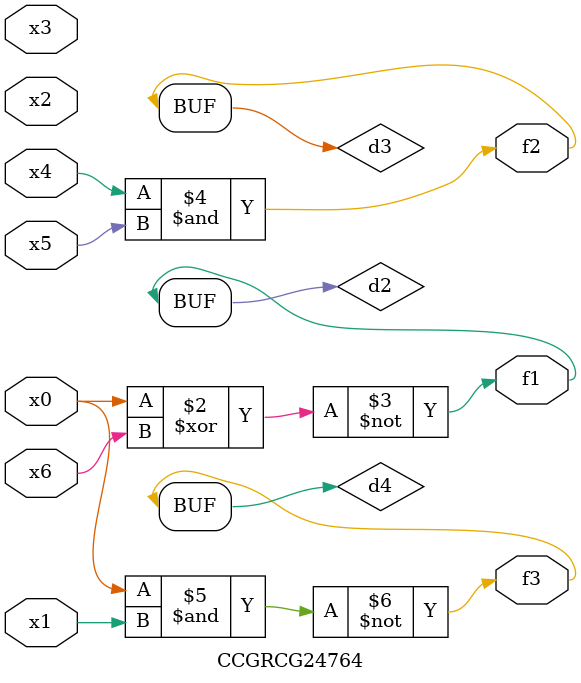
<source format=v>
module CCGRCG24764(
	input x0, x1, x2, x3, x4, x5, x6,
	output f1, f2, f3
);

	wire d1, d2, d3, d4;

	nor (d1, x0);
	xnor (d2, x0, x6);
	and (d3, x4, x5);
	nand (d4, x0, x1);
	assign f1 = d2;
	assign f2 = d3;
	assign f3 = d4;
endmodule

</source>
